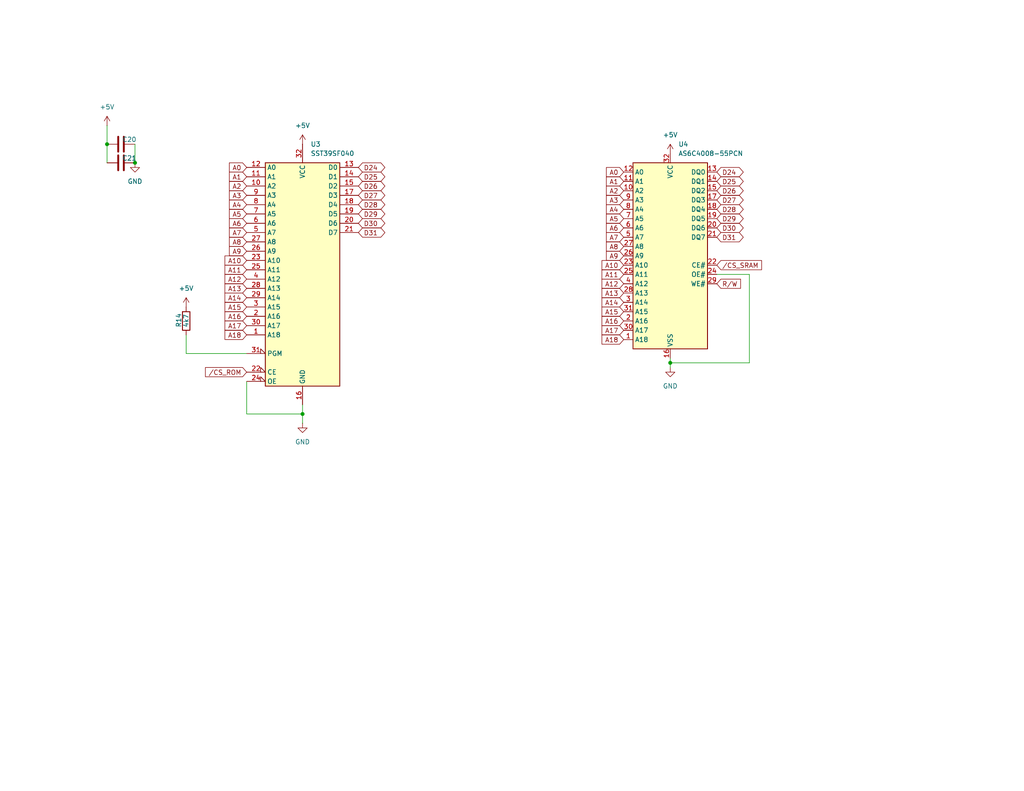
<source format=kicad_sch>
(kicad_sch (version 20231120) (generator "eeschema") (generator_version "8.0")
  (paper "A")
  (lib_symbols
    (symbol "Device:C" (pin_numbers hide) (pin_names (offset 0.254))
      (property "Reference" "C" (at 0.635 2.54 0))
      (property "Value" "C" (at 0.635 -2.54 0))
      (symbol "C_0_1"
        (polyline (pts (xy -2.032 -0.762) (xy 2.032 -0.762)) (stroke (width 0.508)))
        (polyline (pts (xy -2.032 0.762) (xy 2.032 0.762)) (stroke (width 0.508)))
      )
      (symbol "C_1_1"
        (pin passive line (at 0 3.81 270) (length 2.794) (name "~") (number "1"))
        (pin passive line (at 0 -3.81 90) (length 2.794) (name "~") (number "2"))
      )
    )
    (symbol "Device:R" (pin_numbers hide) (pin_names (offset 0))
      (property "Reference" "R" (at 2.032 0 90))
      (property "Value" "R" (at 0 0 90))
      (symbol "R_0_1"
        (rectangle (start -1.016 -2.54) (end 1.016 2.54) (stroke (width 0.254)))
      )
      (symbol "R_1_1"
        (pin passive line (at 0 3.81 270) (length 1.27) (name "~") (number "1"))
        (pin passive line (at 0 -3.81 90) (length 1.27) (name "~") (number "2"))
      )
    )
    (symbol "Memory_Flash:SST39SF040"
      (property "Reference" "U" (at 2.54 33.02 0))
      (property "Value" "SST39SF040" (at 0 -30.48 0))
      (symbol "SST39SF040_0_0"
        (pin power_in line (at 0 -34.29 90) (length 5.08) (name "GND") (number "16"))
        (pin power_in line (at 0 36.83 270) (length 5.08) (name "VCC") (number "32"))
      )
      (symbol "SST39SF040_0_1"
        (rectangle (start -10.16 31.75) (end 10.16 -29.21) (stroke (width 0.254)) (fill (type background)))
      )
      (symbol "SST39SF040_1_1"
        (pin input line (at -15.24 -15.24 0) (length 5.08) (name "A18") (number "1"))
        (pin input line (at -15.24 25.4 0) (length 5.08) (name "A2") (number "10"))
        (pin input line (at -15.24 27.94 0) (length 5.08) (name "A1") (number "11"))
        (pin input line (at -15.24 30.48 0) (length 5.08) (name "A0") (number "12"))
        (pin tri_state line (at 15.24 30.48 180) (length 5.08) (name "D0") (number "13"))
        (pin tri_state line (at 15.24 27.94 180) (length 5.08) (name "D1") (number "14"))
        (pin tri_state line (at 15.24 25.4 180) (length 5.08) (name "D2") (number "15"))
        (pin tri_state line (at 15.24 22.86 180) (length 5.08) (name "D3") (number "17"))
        (pin tri_state line (at 15.24 20.32 180) (length 5.08) (name "D4") (number "18"))
        (pin tri_state line (at 15.24 17.78 180) (length 5.08) (name "D5") (number "19"))
        (pin input line (at -15.24 -10.16 0) (length 5.08) (name "A16") (number "2"))
        (pin tri_state line (at 15.24 15.24 180) (length 5.08) (name "D6") (number "20"))
        (pin tri_state line (at 15.24 12.7 180) (length 5.08) (name "D7") (number "21"))
        (pin input input_low (at -15.24 -25.4 0) (length 5.08) (name "CE") (number "22"))
        (pin input line (at -15.24 5.08 0) (length 5.08) (name "A10") (number "23"))
        (pin input input_low (at -15.24 -27.94 0) (length 5.08) (name "OE") (number "24"))
        (pin input line (at -15.24 2.54 0) (length 5.08) (name "A11") (number "25"))
        (pin input line (at -15.24 7.62 0) (length 5.08) (name "A9") (number "26"))
        (pin input line (at -15.24 10.16 0) (length 5.08) (name "A8") (number "27"))
        (pin input line (at -15.24 -2.54 0) (length 5.08) (name "A13") (number "28"))
        (pin input line (at -15.24 -5.08 0) (length 5.08) (name "A14") (number "29"))
        (pin input line (at -15.24 -7.62 0) (length 5.08) (name "A15") (number "3"))
        (pin input line (at -15.24 -12.7 0) (length 5.08) (name "A17") (number "30"))
        (pin input input_low (at -15.24 -20.32 0) (length 5.08) (name "PGM") (number "31"))
        (pin input line (at -15.24 0 0) (length 5.08) (name "A12") (number "4"))
        (pin input line (at -15.24 12.7 0) (length 5.08) (name "A7") (number "5"))
        (pin input line (at -15.24 15.24 0) (length 5.08) (name "A6") (number "6"))
        (pin input line (at -15.24 17.78 0) (length 5.08) (name "A5") (number "7"))
        (pin input line (at -15.24 20.32 0) (length 5.08) (name "A4") (number "8"))
        (pin input line (at -15.24 22.86 0) (length 5.08) (name "A3") (number "9"))
      )
    )
    (symbol "Memory_RAM:AS6C4008-55PCN"
      (property "Reference" "U" (at -10.16 26.035 0))
      (property "Value" "AS6C4008-55PCN" (at 2.54 26.035 0))
      (symbol "AS6C4008-55PCN_0_0"
        (pin power_in line (at 0 -27.94 90) (length 2.54) (name "VSS") (number "16"))
        (pin power_in line (at 0 27.94 270) (length 2.54) (name "VCC") (number "32"))
      )
      (symbol "AS6C4008-55PCN_0_1"
        (rectangle (start -10.16 25.4) (end 10.16 -25.4) (stroke (width 0.254)) (fill (type background)))
      )
      (symbol "AS6C4008-55PCN_1_1"
        (pin input line (at -12.7 -22.86 0) (length 2.54) (name "A18") (number "1"))
        (pin input line (at -12.7 17.78 0) (length 2.54) (name "A2") (number "10"))
        (pin input line (at -12.7 20.32 0) (length 2.54) (name "A1") (number "11"))
        (pin input line (at -12.7 22.86 0) (length 2.54) (name "A0") (number "12"))
        (pin tri_state line (at 12.7 22.86 180) (length 2.54) (name "DQ0") (number "13"))
        (pin tri_state line (at 12.7 20.32 180) (length 2.54) (name "DQ1") (number "14"))
        (pin tri_state line (at 12.7 17.78 180) (length 2.54) (name "DQ2") (number "15"))
        (pin tri_state line (at 12.7 15.24 180) (length 2.54) (name "DQ3") (number "17"))
        (pin tri_state line (at 12.7 12.7 180) (length 2.54) (name "DQ4") (number "18"))
        (pin tri_state line (at 12.7 10.16 180) (length 2.54) (name "DQ5") (number "19"))
        (pin input line (at -12.7 -17.78 0) (length 2.54) (name "A16") (number "2"))
        (pin tri_state line (at 12.7 7.62 180) (length 2.54) (name "DQ6") (number "20"))
        (pin tri_state line (at 12.7 5.08 180) (length 2.54) (name "DQ7") (number "21"))
        (pin input line (at 12.7 -2.54 180) (length 2.54) (name "CE#") (number "22"))
        (pin input line (at -12.7 -2.54 0) (length 2.54) (name "A10") (number "23"))
        (pin input line (at 12.7 -5.08 180) (length 2.54) (name "OE#") (number "24"))
        (pin input line (at -12.7 -5.08 0) (length 2.54) (name "A11") (number "25"))
        (pin input line (at -12.7 0 0) (length 2.54) (name "A9") (number "26"))
        (pin input line (at -12.7 2.54 0) (length 2.54) (name "A8") (number "27"))
        (pin input line (at -12.7 -10.16 0) (length 2.54) (name "A13") (number "28"))
        (pin input line (at 12.7 -7.62 180) (length 2.54) (name "WE#") (number "29"))
        (pin input line (at -12.7 -12.7 0) (length 2.54) (name "A14") (number "3"))
        (pin input line (at -12.7 -20.32 0) (length 2.54) (name "A17") (number "30"))
        (pin input line (at -12.7 -15.24 0) (length 2.54) (name "A15") (number "31"))
        (pin input line (at -12.7 -7.62 0) (length 2.54) (name "A12") (number "4"))
        (pin input line (at -12.7 5.08 0) (length 2.54) (name "A7") (number "5"))
        (pin input line (at -12.7 7.62 0) (length 2.54) (name "A6") (number "6"))
        (pin input line (at -12.7 10.16 0) (length 2.54) (name "A5") (number "7"))
        (pin input line (at -12.7 12.7 0) (length 2.54) (name "A4") (number "8"))
        (pin input line (at -12.7 15.24 0) (length 2.54) (name "A3") (number "9"))
      )
    )
    (symbol "power:+5V" (power) (pin_numbers hide) (pin_names (offset 0) hide)
      (property "Value" "+5V" (at 0 3.556 0))
      (symbol "+5V_0_1"
        (polyline (pts (xy -0.762 1.27) (xy 0 2.54)))
        (polyline (pts (xy 0 0) (xy 0 2.54)))
        (polyline (pts (xy 0 2.54) (xy 0.762 1.27)))
      )
      (symbol "+5V_1_1"
        (pin power_in line (at 0 0 90) (length 0) (name "~") (number "1"))
      )
    )
    (symbol "power:GND" (power) (pin_numbers hide) (pin_names (offset 0) hide)
      (property "Value" "GND" (at 0 -3.81 0))
      (symbol "GND_0_1"
        (polyline (pts (xy 0 0) (xy 0 -1.27) (xy 1.27 -1.27) (xy 0 -2.54) (xy -1.27 -1.27) (xy 0 -1.27)))
      )
      (symbol "GND_1_1"
        (pin power_in line (at 0 0 270) (length 0) (name "~") (number "1"))
      )
    )
  )
  (junction (at 82.55 113.03))
  (junction (at 36.83 44.45))
  (junction (at 29.21 39.37))
  (junction (at 182.88 99.06))
  (wire (pts (xy 82.55 113.03) (xy 82.55 110.49)))
  (wire (pts (xy 204.47 74.93) (xy 204.47 99.06)))
  (wire (pts (xy 67.31 113.03) (xy 82.55 113.03)))
  (wire (pts (xy 204.47 99.06) (xy 182.88 99.06)))
  (wire (pts (xy 67.31 104.14) (xy 67.31 113.03)))
  (wire (pts (xy 182.88 100.33) (xy 182.88 99.06)))
  (wire (pts (xy 82.55 115.57) (xy 82.55 113.03)))
  (wire (pts (xy 29.21 34.29) (xy 29.21 39.37)))
  (wire (pts (xy 29.21 39.37) (xy 29.21 44.45)))
  (wire (pts (xy 67.31 96.52) (xy 50.8 96.52)))
  (wire (pts (xy 50.8 96.52) (xy 50.8 91.44)))
  (wire (pts (xy 182.88 99.06) (xy 182.88 97.79)))
  (wire (pts (xy 36.83 39.37) (xy 36.83 44.45)))
  (wire (pts (xy 195.58 74.93) (xy 204.47 74.93)))
  (global_label "A13" (shape input) (at 67.31 78.74 180) (property "Intersheetrefs" "${INTERSHEET_REFS}" (effects (hide yes))))
  (global_label "A2" (shape input) (at 67.31 50.8 180) (property "Intersheetrefs" "${INTERSHEET_REFS}" (effects (hide yes))))
  (global_label "D26" (shape bidirectional) (at 97.79 50.8 0) (property "Intersheetrefs" "${INTERSHEET_REFS}" (effects (hide yes))))
  (global_label "D31" (shape bidirectional) (at 97.79 63.5 0) (property "Intersheetrefs" "${INTERSHEET_REFS}" (effects (hide yes))))
  (global_label "A9" (shape input) (at 67.31 68.58 180) (property "Intersheetrefs" "${INTERSHEET_REFS}" (effects (hide yes))))
  (global_label "A18" (shape input) (at 170.18 92.71 180) (property "Intersheetrefs" "${INTERSHEET_REFS}" (effects (hide yes))))
  (global_label "A10" (shape input) (at 170.18 72.39 180) (property "Intersheetrefs" "${INTERSHEET_REFS}" (effects (hide yes))))
  (global_label "A5" (shape input) (at 170.18 59.69 180) (property "Intersheetrefs" "${INTERSHEET_REFS}" (effects (hide yes))))
  (global_label "A6" (shape input) (at 67.31 60.96 180) (property "Intersheetrefs" "${INTERSHEET_REFS}" (effects (hide yes))))
  (global_label "A11" (shape input) (at 67.31 73.66 180) (property "Intersheetrefs" "${INTERSHEET_REFS}" (effects (hide yes))))
  (global_label "A8" (shape input) (at 67.31 66.04 180) (property "Intersheetrefs" "${INTERSHEET_REFS}" (effects (hide yes))))
  (global_label "D25" (shape bidirectional) (at 195.58 49.53 0) (property "Intersheetrefs" "${INTERSHEET_REFS}" (effects (hide yes))))
  (global_label "{slash}CS_SRAM" (shape input) (at 195.58 72.39 0) (property "Intersheetrefs" "${INTERSHEET_REFS}" (effects (hide yes))))
  (global_label "A5" (shape input) (at 67.31 58.42 180) (property "Intersheetrefs" "${INTERSHEET_REFS}" (effects (hide yes))))
  (global_label "R{slash}W" (shape input) (at 195.58 77.47 0) (property "Intersheetrefs" "${INTERSHEET_REFS}" (effects (hide yes))))
  (global_label "D24" (shape bidirectional) (at 195.58 46.99 0) (property "Intersheetrefs" "${INTERSHEET_REFS}" (effects (hide yes))))
  (global_label "A7" (shape input) (at 170.18 64.77 180) (property "Intersheetrefs" "${INTERSHEET_REFS}" (effects (hide yes))))
  (global_label "A4" (shape input) (at 170.18 57.15 180) (property "Intersheetrefs" "${INTERSHEET_REFS}" (effects (hide yes))))
  (global_label "A1" (shape input) (at 67.31 48.26 180) (property "Intersheetrefs" "${INTERSHEET_REFS}" (effects (hide yes))))
  (global_label "D30" (shape bidirectional) (at 195.58 62.23 0) (property "Intersheetrefs" "${INTERSHEET_REFS}" (effects (hide yes))))
  (global_label "D24" (shape bidirectional) (at 97.79 45.72 0) (property "Intersheetrefs" "${INTERSHEET_REFS}" (effects (hide yes))))
  (global_label "D25" (shape bidirectional) (at 97.79 48.26 0) (property "Intersheetrefs" "${INTERSHEET_REFS}" (effects (hide yes))))
  (global_label "D26" (shape bidirectional) (at 195.58 52.07 0) (property "Intersheetrefs" "${INTERSHEET_REFS}" (effects (hide yes))))
  (global_label "A8" (shape input) (at 170.18 67.31 180) (property "Intersheetrefs" "${INTERSHEET_REFS}" (effects (hide yes))))
  (global_label "A15" (shape input) (at 170.18 85.09 180) (property "Intersheetrefs" "${INTERSHEET_REFS}" (effects (hide yes))))
  (global_label "A6" (shape input) (at 170.18 62.23 180) (property "Intersheetrefs" "${INTERSHEET_REFS}" (effects (hide yes))))
  (global_label "D31" (shape bidirectional) (at 195.58 64.77 0) (property "Intersheetrefs" "${INTERSHEET_REFS}" (effects (hide yes))))
  (global_label "D27" (shape bidirectional) (at 195.58 54.61 0) (property "Intersheetrefs" "${INTERSHEET_REFS}" (effects (hide yes))))
  (global_label "A17" (shape input) (at 67.31 88.9 180) (property "Intersheetrefs" "${INTERSHEET_REFS}" (effects (hide yes))))
  (global_label "A18" (shape input) (at 67.31 91.44 180) (property "Intersheetrefs" "${INTERSHEET_REFS}" (effects (hide yes))))
  (global_label "A4" (shape input) (at 67.31 55.88 180) (property "Intersheetrefs" "${INTERSHEET_REFS}" (effects (hide yes))))
  (global_label "A0" (shape input) (at 67.31 45.72 180) (property "Intersheetrefs" "${INTERSHEET_REFS}" (effects (hide yes))))
  (global_label "A17" (shape input) (at 170.18 90.17 180) (property "Intersheetrefs" "${INTERSHEET_REFS}" (effects (hide yes))))
  (global_label "A9" (shape input) (at 170.18 69.85 180) (property "Intersheetrefs" "${INTERSHEET_REFS}" (effects (hide yes))))
  (global_label "A3" (shape input) (at 67.31 53.34 180) (property "Intersheetrefs" "${INTERSHEET_REFS}" (effects (hide yes))))
  (global_label "A14" (shape input) (at 67.31 81.28 180) (property "Intersheetrefs" "${INTERSHEET_REFS}" (effects (hide yes))))
  (global_label "A15" (shape input) (at 67.31 83.82 180) (property "Intersheetrefs" "${INTERSHEET_REFS}" (effects (hide yes))))
  (global_label "A12" (shape input) (at 170.18 77.47 180) (property "Intersheetrefs" "${INTERSHEET_REFS}" (effects (hide yes))))
  (global_label "A7" (shape input) (at 67.31 63.5 180) (property "Intersheetrefs" "${INTERSHEET_REFS}" (effects (hide yes))))
  (global_label "{slash}CS_ROM" (shape input) (at 67.31 101.6 180) (property "Intersheetrefs" "${INTERSHEET_REFS}" (effects (hide yes))))
  (global_label "A12" (shape input) (at 67.31 76.2 180) (property "Intersheetrefs" "${INTERSHEET_REFS}" (effects (hide yes))))
  (global_label "D29" (shape bidirectional) (at 97.79 58.42 0) (property "Intersheetrefs" "${INTERSHEET_REFS}" (effects (hide yes))))
  (global_label "A2" (shape input) (at 170.18 52.07 180) (property "Intersheetrefs" "${INTERSHEET_REFS}" (effects (hide yes))))
  (global_label "A14" (shape input) (at 170.18 82.55 180) (property "Intersheetrefs" "${INTERSHEET_REFS}" (effects (hide yes))))
  (global_label "A10" (shape input) (at 67.31 71.12 180) (property "Intersheetrefs" "${INTERSHEET_REFS}" (effects (hide yes))))
  (global_label "D28" (shape bidirectional) (at 97.79 55.88 0) (property "Intersheetrefs" "${INTERSHEET_REFS}" (effects (hide yes))))
  (global_label "A11" (shape input) (at 170.18 74.93 180) (property "Intersheetrefs" "${INTERSHEET_REFS}" (effects (hide yes))))
  (global_label "A13" (shape input) (at 170.18 80.01 180) (property "Intersheetrefs" "${INTERSHEET_REFS}" (effects (hide yes))))
  (global_label "A1" (shape input) (at 170.18 49.53 180) (property "Intersheetrefs" "${INTERSHEET_REFS}" (effects (hide yes))))
  (global_label "A16" (shape input) (at 170.18 87.63 180) (property "Intersheetrefs" "${INTERSHEET_REFS}" (effects (hide yes))))
  (global_label "A16" (shape input) (at 67.31 86.36 180) (property "Intersheetrefs" "${INTERSHEET_REFS}" (effects (hide yes))))
  (global_label "D27" (shape bidirectional) (at 97.79 53.34 0) (property "Intersheetrefs" "${INTERSHEET_REFS}" (effects (hide yes))))
  (global_label "D29" (shape bidirectional) (at 195.58 59.69 0) (property "Intersheetrefs" "${INTERSHEET_REFS}" (effects (hide yes))))
  (global_label "D30" (shape bidirectional) (at 97.79 60.96 0) (property "Intersheetrefs" "${INTERSHEET_REFS}" (effects (hide yes))))
  (global_label "A0" (shape input) (at 170.18 46.99 180) (property "Intersheetrefs" "${INTERSHEET_REFS}" (effects (hide yes))))
  (global_label "D28" (shape bidirectional) (at 195.58 57.15 0) (property "Intersheetrefs" "${INTERSHEET_REFS}" (effects (hide yes))))
  (global_label "A3" (shape input) (at 170.18 54.61 180) (property "Intersheetrefs" "${INTERSHEET_REFS}" (effects (hide yes))))
  (symbol (lib_id "power:+5V") (at 29.21 34.29 0) (unit 1)
    (property "Reference" "#PWR019" (effects (hide yes)))
    (property "Value" "+5V" (at 29.21 29.21 0))
    (property "Description" "Power symbol creates a global label with name \"+5V\"" (effects (hide yes)))
  )
  (symbol (lib_id "Memory_RAM:AS6C4008-55PCN") (at 182.88 69.85 0) (unit 1)
    (property "Reference" "U4" (at 185.0741 39.37 0) (effects (justify left)))
    (property "Value" "AS6C4008-55PCN" (at 185.0741 41.91 0) (effects (justify left)))
    (property "Footprint" "Package_DIP:DIP-32_W15.24mm_Socket" (effects (hide yes)))
    (property "Datasheet" "https://www.alliancememory.com/wp-content/uploads/pdf/AS6C4008.pdf" (effects (hide yes)))
    (property "Description" "512K x 8 Low Power CMOS RAM, DIP-32" (effects (hide yes)))
  )
  (symbol (lib_id "Device:R") (at 50.8 87.63 0) (unit 1)
    (property "Reference" "R14" (at 48.768 89.408 90) (effects (justify left)))
    (property "Value" "4k7" (at 50.8 89.408 90) (effects (justify left)))
    (property "Footprint" "Resistor_THT:R_Axial_DIN0207_L6.3mm_D2.5mm_P7.62mm_Horizontal" (effects (hide yes)))
    (property "Description" "Resistor" (effects (hide yes)))
  )
  (symbol (lib_id "power:+5V") (at 82.55 39.37 0) (unit 1)
    (property "Reference" "#PWR022" (effects (hide yes)))
    (property "Value" "+5V" (at 82.55 34.29 0))
    (property "Description" "Power symbol creates a global label with name \"+5V\"" (effects (hide yes)))
  )
  (symbol (lib_id "power:+5V") (at 182.88 41.91 0) (unit 1)
    (property "Reference" "#PWR024" (effects (hide yes)))
    (property "Value" "+5V" (at 182.88 36.83 0))
    (property "Description" "Power symbol creates a global label with name \"+5V\"" (effects (hide yes)))
  )
  (symbol (lib_id "power:GND") (at 36.83 44.45 0) (unit 1)
    (property "Reference" "#PWR020" (effects (hide yes)))
    (property "Value" "GND" (at 36.83 49.53 0))
    (property "Description" "Power symbol creates a global label with name \"GND\" , ground" (effects (hide yes)))
  )
  (symbol (lib_id "Device:C") (at 33.02 44.45 90) (unit 1)
    (property "Reference" "C21" (at 35.306 43.18 90))
    (property "Value" "0.1uF" (effects (hide yes)))
    (property "Footprint" "Capacitor_THT:C_Disc_D4.3mm_W1.9mm_P5.00mm" (effects (hide yes)))
    (property "Description" "Unpolarized capacitor" (effects (hide yes)))
  )
  (symbol (lib_id "power:GND") (at 182.88 100.33 0) (unit 1)
    (property "Reference" "#PWR025" (effects (hide yes)))
    (property "Value" "GND" (at 182.88 105.41 0))
    (property "Description" "Power symbol creates a global label with name \"GND\" , ground" (effects (hide yes)))
  )
  (symbol (lib_id "Device:C") (at 33.02 39.37 90) (unit 1)
    (property "Reference" "C20" (at 35.306 38.1 90))
    (property "Value" "0.1uF" (effects (hide yes)))
    (property "Footprint" "Capacitor_THT:C_Disc_D4.3mm_W1.9mm_P5.00mm" (effects (hide yes)))
    (property "Description" "Unpolarized capacitor" (effects (hide yes)))
  )
  (symbol (lib_id "Memory_Flash:SST39SF040") (at 82.55 76.2 0) (unit 1)
    (property "Reference" "U3" (at 84.7441 39.37 0) (effects (justify left)))
    (property "Value" "SST39SF040" (at 84.7441 41.91 0) (effects (justify left)))
    (property "Footprint" "Package_DIP:DIP-32_W15.24mm_Socket" (effects (hide yes)))
    (property "Datasheet" "http://ww1.microchip.com/downloads/en/DeviceDoc/25022B.pdf" (effects (hide yes)))
    (property "Description" "Silicon Storage Technology (SSF) 512k x 8 Flash ROM" (effects (hide yes)))
  )
  (symbol (lib_id "power:GND") (at 82.55 115.57 0) (unit 1)
    (property "Reference" "#PWR023" (effects (hide yes)))
    (property "Value" "GND" (at 82.55 120.65 0))
    (property "Description" "Power symbol creates a global label with name \"GND\" , ground" (effects (hide yes)))
  )
  (symbol (lib_id "power:+5V") (at 50.8 83.82 0) (unit 1)
    (property "Reference" "#PWR021" (effects (hide yes)))
    (property "Value" "+5V" (at 50.8 78.74 0))
    (property "Description" "Power symbol creates a global label with name \"+5V\"" (effects (hide yes)))
  )
)
</source>
